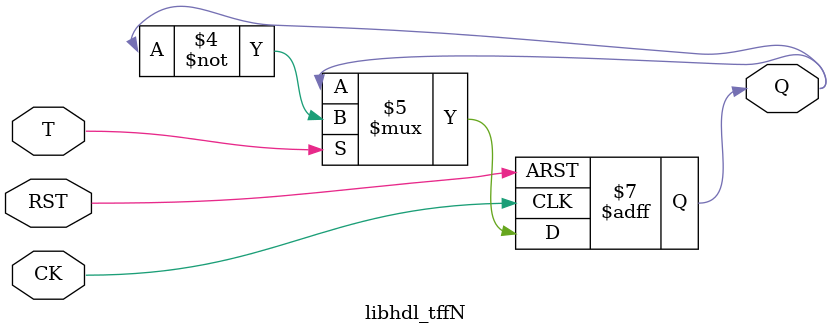
<source format=v>
`include "libhdl_timescale.vh"

module libhdl_tffN
#(  parameter N = 1)
(   input  wire         CK,
    input  wire         RST,
    input  wire [N-1:0] T,
    output reg  [N-1:0] Q);

always @ (posedge CK, posedge RST)
    if (RST == 1'b1)
        Q <= 1'b0;
    else if (T == 1'b1)
        Q <= ~Q;

endmodule

</source>
